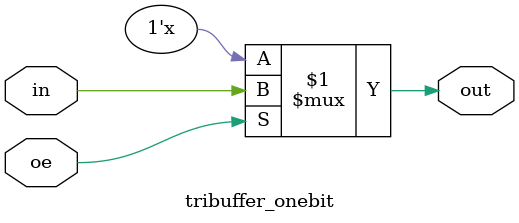
<source format=v>
module tribuffer_onebit(output out, input in, input oe);
    assign out = oe ? in : 1'bz;
endmodule
</source>
